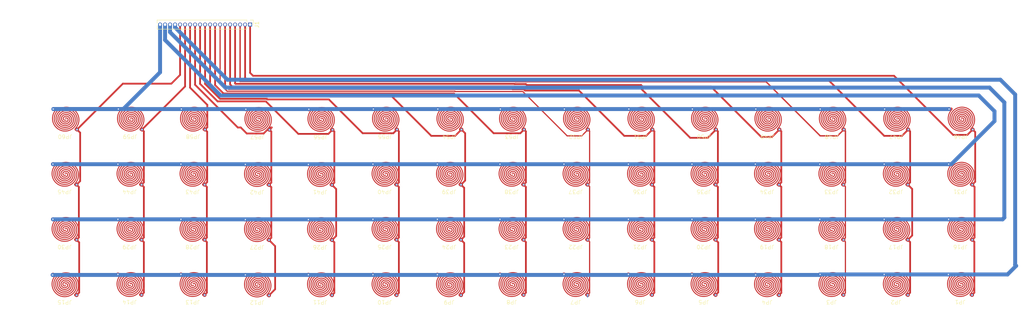
<source format=kicad_pcb>
(kicad_pcb (version 20241229) (generator "pcbnew") (generator_version "9.0")
  (layers (0 "F.Cu" signal) (2 "B.Cu" signal) (13 "F.Paste" user) (15 "B.Paste" user) (5 "F.SilkS" user "F.Silkscreen") (7 "B.SilkS" user "B.Silkscreen") (1 "F.Mask" user) (3 "B.Mask" user) (25 "Edge.Cuts" user))
  (net 0 "")
  (net 1 "COL_3")
  (net 2 "COL_11")
  (net 3 "COL_0")
  (net 4 "COL_8")
  (net 5 "COL_14")
  (net 6 "COL_6")
  (net 7 "COL_12")
  (net 8 "COL_1")
  (net 9 "ROW_0")
  (net 10 "COL_9")
  (net 11 "COL_2")
  (net 12 "COL_13")
  (net 13 "COL_5")
  (net 14 "COL_10")
  (net 15 "ROW_1")
  (net 16 "ROW_2")
  (net 17 "COL_4")
  (net 18 "ROW_3")
  (net 19 "COL_7")
  (footprint "FlexSensorFootprint:10mmPad" (layer "F.Cu") (at 89.25 131.796486 180)
    (property "Reference" "JP12")
    (property "Value" "Jumper_2_Open" (hide yes))
  )
  (footprint "FlexSensorFootprint:10mmPad" (layer "F.Cu") (at 154 89.695391 180)
    (property "Reference" "JP53")
    (property "Value" "Jumper_2_Open" (hide yes))
  )
  (footprint "FlexSensorFootprint:10mmPad" (layer "F.Cu") (at 105.360264 89.756913 180)
    (property "Reference" "JP56")
    (property "Value" "Jumper_2_Open" (hide yes))
  )
  (footprint "FlexSensorFootprint:10mmPad" (layer "F.Cu") (at 267.91794 89.695391 180)
    (property "Reference" "JP46")
    (property "Value" "Jumper_2_Open" (hide yes))
  )
  (footprint "FlexSensorFootprint:10mmPad" (layer "F.Cu") (at 170.139736 103.693087 180)
    (property "Reference" "JP37")
    (property "Value" "Jumper_2_Open" (hide yes))
  )
  (footprint "Connector_PinHeader_1.27mm:PinHeader_1x19_P1.27mm_Vertical" (layer "F.Cu") (at 87.25 65.25 -90)
    (property "Reference" "J1")
    (property "Value" "Conn_01x19_Pin")
  )
  (footprint "FlexSensorFootprint:10mmPad" (layer "F.Cu") (at 138 103.693087 180)
    (property "Reference" "JP39")
    (property "Value" "Jumper_2_Open" (hide yes))
  )
  (footprint "FlexSensorFootprint:10mmPad" (layer "F.Cu") (at 170.139736 131.688478 180)
    (property "Reference" "JP7")
    (property "Value" "Jumper_2_Open" (hide yes))
  )
  (footprint "FlexSensorFootprint:10mmPad" (layer "F.Cu") (at 56.889736 131.688478 180)
    (property "Reference" "JP14")
    (property "Value" "Jumper_2_Open" (hide yes))
  )
  (footprint "FlexSensorFootprint:10mmPad" (layer "F.Cu") (at 218.738447 103.693087 180)
    (property "Reference" "JP34")
    (property "Value" "Jumper_2_Open" (hide yes))
  )
  (footprint "FlexSensorFootprint:10mmPad" (layer "F.Cu") (at 72.889736 131.688478 180)
    (property "Reference" "JP13")
    (property "Value" "Jumper_2_Open" (hide yes))
  )
  (footprint "FlexSensorFootprint:10mmPad" (layer "F.Cu") (at 251.451266 103.693087 180)
    (property "Reference" "JP32")
    (property "Value" "Jumper_2_Open" (hide yes))
  )
  (footprint "FlexSensorFootprint:10mmPad" (layer "F.Cu") (at 251.451266 117.690782 180)
    (property "Reference" "JP17")
    (property "Value" "Jumper_2_Open" (hide yes))
  )
  (footprint "FlexSensorFootprint:10mmPad" (layer "F.Cu") (at 73 89.695391 180)
    (property "Reference" "JP58")
    (property "Value" "Jumper_2_Open" (hide yes))
  )
  (footprint "FlexSensorFootprint:10mmPad" (layer "F.Cu") (at 186.5 131.688478 180)
    (property "Reference" "JP6")
    (property "Value" "Jumper_2_Open" (hide yes))
  )
  (footprint "FlexSensorFootprint:10mmPad" (layer "F.Cu") (at 56.889736 117.690782 180)
    (property "Reference" "JP29")
    (property "Value" "Jumper_2_Open" (hide yes))
  )
  (footprint "FlexSensorFootprint:10mmPad" (layer "F.Cu") (at 72.889736 103.693087 180)
    (property "Reference" "JP43")
    (property "Value" "Jumper_2_Open" (hide yes))
  )
  (footprint "FlexSensorFootprint:10mmPad" (layer "F.Cu") (at 186.5 117.690782 180)
    (property "Reference" "JP21")
    (property "Value" "Jumper_2_Open" (hide yes))
  )
  (footprint "FlexSensorFootprint:10mmPad" (layer "F.Cu") (at 138.110264 89.695391 180)
    (property "Reference" "JP54")
    (property "Value" "Jumper_2_Open" (hide yes))
  )
  (footprint "FlexSensorFootprint:10mmPad" (layer "F.Cu") (at 202.639736 117.690782 180)
    (property "Reference" "JP20")
    (property "Value" "Jumper_2_Open" (hide yes))
  )
  (footprint "FlexSensorFootprint:10mmPad" (layer "F.Cu") (at 56.889736 103.693087 180)
    (property "Reference" "JP44")
    (property "Value" "Jumper_2_Open" (hide yes))
  )
  (footprint "FlexSensorFootprint:10mmPad" (layer "F.Cu") (at 153.889736 103.693087 180)
    (property "Reference" "JP38")
    (property "Value" "Jumper_2_Open" (hide yes))
  )
  (footprint "FlexSensorFootprint:10mmPad" (layer "F.Cu") (at 235.094856 131.688478 180)
    (property "Reference" "JP3")
    (property "Value" "Jumper_2_Open" (hide yes))
  )
  (footprint "FlexSensorFootprint:10mmPad" (layer "F.Cu") (at 89.360264 89.754608 180)
    (property "Reference" "JP57")
    (property "Value" "Jumper_2_Open" (hide yes))
  )
  (footprint "FlexSensorFootprint:10mmPad" (layer "F.Cu") (at 202.75 89.695391 180)
    (property "Reference" "JP50")
    (property "Value" "Jumper_2_Open" (hide yes))
  )
  (footprint "FlexSensorFootprint:10mmPad" (layer "F.Cu") (at 121.639736 117.690782 180)
    (property "Reference" "JP25")
    (property "Value" "Jumper_2_Open" (hide yes))
  )
  (footprint "FlexSensorFootprint:10mmPad" (layer "F.Cu") (at 138 131.737269 180)
    (property "Reference" "JP9")
    (property "Value" "Jumper_2_Open" (hide yes))
  )
  (footprint "FlexSensorFootprint:10mmPad" (layer "F.Cu") (at 72.889736 117.690782 180)
    (property "Reference" "JP28")
    (property "Value" "Jumper_2_Open" (hide yes))
  )
  (footprint "FlexSensorFootprint:10mmPad" (layer "F.Cu") (at 170.25 89.695391 180)
    (property "Reference" "JP52")
    (property "Value" "Jumper_2_Open" (hide yes))
  )
  (footprint "FlexSensorFootprint:10mmPad" (layer "F.Cu") (at 186.5 103.693087 180)
    (property "Reference" "JP36")
    (property "Value" "Jumper_2_Open" (hide yes))
  )
  (footprint "FlexSensorFootprint:10mmPad" (layer "F.Cu") (at 105.25 131.75 180)
    (property "Reference" "JP11")
    (property "Value" "Jumper_2_Open" (hide yes))
  )
  (footprint "FlexSensorFootprint:10mmPad" (layer "F.Cu") (at 202.639736 103.693087 180)
    (property "Reference" "JP35")
    (property "Value" "Jumper_2_Open" (hide yes))
  )
  (footprint "FlexSensorFootprint:10mmPad" (layer "F.Cu") (at 121.639736 131.742973 180)
    (property "Reference" "JP10")
    (property "Value" "Jumper_2_Open" (hide yes))
  )
  (footprint "FlexSensorFootprint:10mmPad" (layer "F.Cu") (at 267.75 131.688478 180)
    (property "Reference" "JP1")
    (property "Value" "Jumper_2_Open" (hide yes))
  )
  (footprint "FlexSensorFootprint:10mmPad" (layer "F.Cu") (at 218.738447 131.737269 180)
    (property "Reference" "JP4")
    (property "Value" "Jumper_2_Open" (hide yes))
  )
  (footprint "FlexSensorFootprint:10mmPad" (layer "F.Cu") (at 105.25 103.754609 180)
    (property "Reference" "JP41")
    (property "Value" "Jumper_2_Open" (hide yes))
  )
  (footprint "FlexSensorFootprint:10mmPad" (layer "F.Cu") (at 202.639736 131.688478 180)
    (property "Reference" "JP5")
    (property "Value" "Jumper_2_Open" (hide yes))
  )
  (footprint "FlexSensorFootprint:10mmPad" (layer "F.Cu") (at 235.094856 103.693087 180)
    (property "Reference" "JP33")
    (property "Value" "Jumper_2_Open" (hide yes))
  )
  (footprint "FlexSensorFootprint:10mmPad" (layer "F.Cu") (at 267.807676 117.690782 180)
    (property "Reference" "JP16")
    (property "Value" "Jumper_2_Open" (hide yes))
  )
  (footprint "FlexSensorFootprint:10mmPad" (layer "F.Cu") (at 138 117.690782 180)
    (property "Reference" "JP24")
    (property "Value" "Jumper_2_Open" (hide yes))
  )
  (footprint "FlexSensorFootprint:10mmPad" (layer "F.Cu") (at 218.848711 89.695391 180)
    (property "Reference" "JP49")
    (property "Value" "Jumper_2_Open" (hide yes))
  )
  (footprint "FlexSensorFootprint:10mmPad" (layer "F.Cu") (at 40.5 89.695391 180)
    (property "Reference" "JP60")
    (property "Value" "Jumper_2_Open" (hide yes))
  )
  (footprint "FlexSensorFootprint:10mmPad" (layer "F.Cu") (at 89.25 117.749999 180)
    (property "Reference" "JP27")
    (property "Value" "Jumper_2_Open" (hide yes))
  )
  (footprint "FlexSensorFootprint:10mmPad" (layer "F.Cu") (at 40.389736 131.742973 180)
    (property "Reference" "JP15")
    (property "Value" "Jumper_2_Open" (hide yes))
  )
  (footprint "FlexSensorFootprint:10mmPad" (layer "F.Cu") (at 153.889736 117.690782 180)
    (property "Reference" "JP23")
    (property "Value" "Jumper_2_Open" (hide yes))
  )
  (footprint "FlexSensorFootprint:10mmPad" (layer "F.Cu") (at 40.389736 103.693087 180)
    (property "Reference" "JP45")
    (property "Value" "Jumper_2_Open" (hide yes))
  )
  (footprint "FlexSensorFootprint:10mmPad" (layer "F.Cu") (at 40.389736 117.690782 180)
    (property "Reference" "JP30")
    (property "Value" "Jumper_2_Open" (hide yes))
  )
  (footprint "FlexSensorFootprint:10mmPad" (layer "F.Cu") (at 170.139736 117.690782 180)
    (property "Reference" "JP22")
    (property "Value" "Jumper_2_Open" (hide yes))
  )
  (footprint "FlexSensorFootprint:10mmPad" (layer "F.Cu") (at 235.20512 89.695391 180)
    (property "Reference" "JP48")
    (property "Value" "Jumper_2_Open" (hide yes))
  )
  (footprint "FlexSensorFootprint:10mmPad" (layer "F.Cu") (at 251.56153 89.695391 180)
    (property "Reference" "JP47")
    (property "Value" "Jumper_2_Open" (hide yes))
  )
  (footprint "FlexSensorFootprint:10mmPad" (layer "F.Cu") (at 57 89.695391 180)
    (property "Reference" "JP59")
    (property "Value" "Jumper_2_Open" (hide yes))
  )
  (footprint "FlexSensorFootprint:10mmPad" (layer "F.Cu") (at 186.610264 89.695391 180)
    (property "Reference" "JP51")
    (property "Value" "Jumper_2_Open" (hide yes))
  )
  (footprint "FlexSensorFootprint:10mmPad" (layer "F.Cu") (at 235.094856 117.690782 180)
    (property "Reference" "JP18")
    (property "Value" "Jumper_2_Open" (hide yes))
  )
  (footprint "FlexSensorFootprint:10mmPad" (layer "F.Cu") (at 121.75 89.695391 180)
    (property "Reference" "JP55")
    (property "Value" "Jumper_2_Open" (hide yes))
  )
  (footprint "FlexSensorFootprint:10mmPad" (layer "F.Cu") (at 105.25 117.752304 180)
    (property "Reference" "JP26")
    (property "Value" "Jumper_2_Open" (hide yes))
  )
  (footprint "FlexSensorFootprint:10mmPad" (layer "F.Cu") (at 89.25 103.752304 180)
    (property "Reference" "JP42")
    (property "Value" "Jumper_2_Open" (hide yes))
  )
  (footprint "FlexSensorFootprint:10mmPad" (layer "F.Cu") (at 218.738447 117.690782 180)
    (property "Reference" "JP19")
    (property "Value" "Jumper_2_Open" (hide yes))
  )
  (footprint "FlexSensorFootprint:10mmPad" (layer "F.Cu") (at 267.807676 103.693087 180)
    (property "Reference" "JP31")
    (property "Value" "Jumper_2_Open" (hide yes))
  )
  (footprint "FlexSensorFootprint:10mmPad" (layer "F.Cu") (at 121.639736 103.693087 180)
    (property "Reference" "JP40")
    (property "Value" "Jumper_2_Open" (hide yes))
  )
  (footprint "FlexSensorFootprint:10mmPad" (layer "F.Cu") (at 251.451266 131.688478 180)
    (property "Reference" "JP2")
    (property "Value" "Jumper_2_Open" (hide yes))
  )
  (footprint "FlexSensorFootprint:10mmPad" (layer "F.Cu") (at 153.889736 131.688478 180)
    (property "Reference" "JP8")
    (property "Value" "Jumper_2_Open" (hide yes))
  )
  (gr_poly (pts (xy 88.25 74.5) (xy 88.351998 75.275999) (xy 88.652001 76) (xy 89.128998 76.621) (xy 89.75 77.097999) (xy 90.473999 77.397999) (xy 91.25 77.5) (xy 153.749993 77.5) (xy 278.749993 77.5) (xy 280.043984 77.67) (xy 281.249977 78.17) (xy 282.285988 78.963998) (xy 283.079994 79.999999) (xy 283.579994 81.205998) (xy 283.749977 82.499999) (xy 283.749977 137.499987) (xy 283.579994 138.793994) (xy 283.079994 139.999987) (xy 282.285988 141.035998) (xy 281.249977 141.829989) (xy 280.043984 142.329989) (xy 278.749993 142.499987) (xy 153.749993 142.499987) (xy 88.25 142.499987) (xy 88.213997 142.499987) (xy 28.750008 142.499987) (xy 27.456009 142.329989) (xy 26.250008 141.829989) (xy 25.214012 141.035998) (xy 24.420006 139.999987) (xy 23.920006 138.793994) (xy 23.750008 137.499987) (xy 23.750008 103.149996) (xy 23.750008 82.499999) (xy 23.920006 81.205998) (xy 24.420006 79.999999) (xy 25.214012 78.963998) (xy 26.250008 78.17) (xy 27.456009 77.67) (xy 28.750008 77.5) (xy 60.250004 77.5) (xy 61.026005 77.397999) (xy 61.750004 77.097999) (xy 62.371006 76.621) (xy 62.848004 76) (xy 63.148007 75.275999) (xy 63.250004 74.5) (xy 63.250004 72.967542) (xy 63.250004 63.800002) (xy 88.213997 63.800002) (xy 88.25 63.800002)) (stroke (width 0.003779) (color 255 0 0 1)) (fill no) (layer "Edge.Cuts"))
  (segment (start 222.121794 119.307435) (end 221.538447 119.890782) (width 0.45) (layer "F.Cu") (net 1))
  (segment (start 222.121794 120.474129) (end 222.121794 133.353922) (width 0.45) (layer "F.Cu") (net 1))
  (segment (start 221.538447 119.890782) (end 222.121794 120.474129) (width 0.45) (layer "F.Cu") (net 1))
  (segment (start 222.121794 133.353922) (end 221.538447 133.937269) (width 0.45) (layer "F.Cu") (net 1))
  (segment (start 219.794102 93.75) (end 217 93.75) (width 0.45) (layer "F.Cu") (net 1))
  (segment (start 221.648711 91.895391) (end 222.121794 92.368474) (width 0.45) (layer "F.Cu") (net 1))
  (segment (start 83.546 80.296) (end 83.44 80.19) (width 0.45) (layer "F.Cu") (net 1))
  (segment (start 222.121794 92.368474) (end 222.121794 105.30974) (width 0.45) (layer "F.Cu") (net 1))
  (segment (start 186.920654 81) (end 186.519653 80.599) (width 0.45) (layer "F.Cu") (net 1))
  (segment (start 222.121794 105.30974) (end 221.538447 105.893087) (width 0.45) (layer "F.Cu") (net 1))
  (segment (start 157.254895 80.349) (end 154.429718 80.349) (width 0.45) (layer "F.Cu") (net 1))
  (segment (start 221.648711 91.895391) (end 219.794102 93.75) (width 0.45) (layer "F.Cu") (net 1))
  (segment (start 154.429718 80.349) (end 154.376718 80.296) (width 0.45) (layer "F.Cu") (net 1))
  (segment (start 157.504895 80.599) (end 157.254895 80.349) (width 0.45) (layer "F.Cu") (net 1))
  (segment (start 83.44 80.19) (end 83.44 65.25) (width 0.45) (layer "F.Cu") (net 1))
  (segment (start 222.121794 106.476434) (end 222.121794 119.307435) (width 0.45) (layer "F.Cu") (net 1))
  (segment (start 217 93.75) (end 204.25 81) (width 0.45) (layer "F.Cu") (net 1))
  (segment (start 204.25 81) (end 186.920654 81) (width 0.45) (layer "F.Cu") (net 1))
  (segment (start 154.376718 80.296) (end 83.546 80.296) (width 0.45) (layer "F.Cu") (net 1))
  (segment (start 221.538447 105.893087) (end 222.121794 106.476434) (width 0.45) (layer "F.Cu") (net 1))
  (segment (start 186.519653 80.599) (end 157.504895 80.599) (width 0.45) (layer "F.Cu") (net 1))
  (via (at 221.538447 119.890782) (size 0.6) (drill 0.3) (layers "F.Cu" "B.Cu") (net 1))
  (via (at 221.538447 105.893087) (size 0.6) (drill 0.3) (layers "F.Cu" "B.Cu") (net 1))
  (via (at 221.648711 91.895391) (size 0.6) (drill 0.3) (layers "F.Cu" "B.Cu") (net 1))
  (via (at 221.538447 133.937269) (size 0.6) (drill 0.3) (layers "F.Cu" "B.Cu") (net 1))
  (segment (start 92.633347 119.366652) (end 92.05 119.949999) (width 0.45) (layer "F.Cu") (net 2))
  (segment (start 84.121261 91.371261) (end 73.28 80.53) (width 0.45) (layer "F.Cu") (net 2))
  (segment (start 92.160264 91.954608) (end 92.633347 92.427691) (width 0.45) (layer "F.Cu") (net 2))
  (segment (start 92.633347 106.535651) (end 92.633347 119.366652) (width 0.45) (layer "F.Cu") (net 2))
  (segment (start 93.604129 121.504128) (end 92.05 119.949999) (width 0.45) (layer "F.Cu") (net 2))
  (segment (start 84.871261 91.371261) (end 84.121261 91.371261) (width 0.45) (layer "F.Cu") (net 2))
  (segment (start 92.743611 91.371261) (end 92.209126 91.371261) (width 0.45) (layer "F.Cu") (net 2))
  (segment (start 86.397014 92.897014) (end 84.871261 91.371261) (width 0.45) (layer "F.Cu") (net 2))
  (segment (start 73.28 80.53) (end 73.28 65.25) (width 0.45) (layer "F.Cu") (net 2))
  (segment (start 92.209126 91.371261) (end 90.683373 92.897014) (width 0.45) (layer "F.Cu") (net 2))
  (segment (start 90.683373 92.897014) (end 86.397014 92.897014) (width 0.45) (layer "F.Cu") (net 2))
  (segment (start 92.633347 92.427691) (end 92.633347 105.368957) (width 0.45) (layer "F.Cu") (net 2))
  (segment (start 92.160264 91.954608) (end 92.743611 91.371261) (width 0.45) (layer "F.Cu") (net 2))
  (segment (start 92.05 105.952304) (end 92.633347 106.535651) (width 0.45) (layer "F.Cu") (net 2))
  (segment (start 92.05 133.996486) (end 93.604129 132.442357) (width 0.45) (layer "F.Cu") (net 2))
  (segment (start 92.633347 105.368957) (end 92.05 105.952304) (width 0.45) (layer "F.Cu") (net 2))
  (segment (start 93.604129 132.442357) (end 93.604129 121.504128) (width 0.45) (layer "F.Cu") (net 2))
  (via (at 92.05 119.949999) (size 0.6) (drill 0.3) (layers "F.Cu" "B.Cu") (net 2))
  (via (at 92.160264 91.954608) (size 0.6) (drill 0.3) (layers "F.Cu" "B.Cu") (net 2))
  (via (at 92.05 133.996486) (size 0.6) (drill 0.3) (layers "F.Cu" "B.Cu") (net 2))
  (via (at 92.05 105.952304) (size 0.6) (drill 0.3) (layers "F.Cu" "B.Cu") (net 2))
  (segment (start 270.607676 105.893087) (end 271.354129 105.146634) (width 0.45) (layer "F.Cu") (net 3))
  (segment (start 270.71794 91.895391) (end 269.363331 93.25) (width 0.45) (layer "F.Cu") (net 3))
  (segment (start 265.75 93.25) (end 250.75 78.25) (width 0.45) (layer "F.Cu") (net 3))
  (segment (start 271.354129 92.53158) (end 270.71794 91.895391) (width 0.45) (layer "F.Cu") (net 3))
  (segment (start 270.607676 119.890782) (end 271.191023 119.307435) (width 0.45) (layer "F.Cu") (net 3))
  (segment (start 87.25 77.5) (end 87.25 65.25) (width 0.45) (layer "F.Cu") (net 3))
  (segment (start 271.191023 106.476434) (end 270.607676 105.893087) (width 0.45) (layer "F.Cu") (net 3))
  (segment (start 269.363331 93.25) (end 265.75 93.25) (width 0.45) (layer "F.Cu") (net 3))
  (segment (start 88 78.25) (end 87.25 77.5) (width 0.45) (layer "F.Cu") (net 3))
  (segment (start 270.55 133.888478) (end 271.133347 133.305131) (width 0.45) (layer "F.Cu") (net 3))
  (segment (start 271.191023 119.307435) (end 271.191023 106.476434) (width 0.45) (layer "F.Cu") (net 3))
  (segment (start 271.354129 105.146634) (end 271.354129 92.53158) (width 0.45) (layer "F.Cu") (net 3))
  (segment (start 250.75 78.25) (end 88 78.25) (width 0.45) (layer "F.Cu") (net 3))
  (segment (start 271.133347 120.416453) (end 270.607676 119.890782) (width 0.45) (layer "F.Cu") (net 3))
  (segment (start 271.133347 133.305131) (end 271.133347 120.416453) (width 0.45) (layer "F.Cu") (net 3))
  (via (at 270.55 133.888478) (size 0.6) (drill 0.3) (layers "F.Cu" "B.Cu") (net 3))
  (via (at 270.71794 91.895391) (size 0.6) (drill 0.3) (layers "F.Cu" "B.Cu") (net 3))
  (via (at 270.607676 119.890782) (size 0.6) (drill 0.3) (layers "F.Cu" "B.Cu") (net 3))
  (via (at 270.607676 105.893087) (size 0.6) (drill 0.3) (layers "F.Cu" "B.Cu") (net 3))
  (segment (start 140.8 133.937269) (end 141.604129 133.13314) (width 0.45) (layer "F.Cu") (net 4))
  (segment (start 123.25 83.5) (end 91.841307 83.5) (width 0.45) (layer "F.Cu") (net 4))
  (segment (start 141.604129 106.697216) (end 140.8 105.893087) (width 0.45) (layer "F.Cu") (net 4))
  (segment (start 141.854129 92.839256) (end 140.910264 91.895391) (width 0.45) (layer "F.Cu") (net 4))
  (segment (start 141.604129 119.086653) (end 141.604129 106.697216) (width 0.45) (layer "F.Cu") (net 4))
  (segment (start 140.8 105.893087) (end 141.854129 104.838958) (width 0.45) (layer "F.Cu") (net 4))
  (segment (start 141.854129 104.838958) (end 141.854129 92.839256) (width 0.45) (layer "F.Cu") (net 4))
  (segment (start 141.604129 133.13314) (end 141.604129 120.694911) (width 0.45) (layer "F.Cu") (net 4))
  (segment (start 79.948 83.448) (end 77.09 80.59) (width 0.45) (layer "F.Cu") (net 4))
  (segment (start 91.841307 83.5) (end 91.789306 83.448) (width 0.45) (layer "F.Cu") (net 4))
  (segment (start 141.604129 120.694911) (end 140.8 119.890782) (width 0.45) (layer "F.Cu") (net 4))
  (segment (start 140.8 119.890782) (end 141.604129 119.086653) (width 0.45) (layer "F.Cu") (net 4))
  (segment (start 139.305655 93.5) (end 133.25 93.5) (width 0.45) (layer "F.Cu") (net 4))
  (segment (start 140.910264 91.895391) (end 139.305655 93.5) (width 0.45) (layer "F.Cu") (net 4))
  (segment (start 91.789306 83.448) (end 79.948 83.448) (width 0.45) (layer "F.Cu") (net 4))
  (segment (start 133.25 93.5) (end 123.25 83.5) (width 0.45) (layer "F.Cu") (net 4))
  (segment (start 77.09 80.59) (end 77.09 65.25) (width 0.45) (layer "F.Cu") (net 4))
  (via (at 140.8 105.893087) (size 0.6) (drill 0.3) (layers "F.Cu" "B.Cu") (net 4))
  (via (at 140.910264 91.895391) (size 0.6) (drill 0.3) (layers "F.Cu" "B.Cu") (net 4))
  (via (at 140.8 119.890782) (size 0.6) (drill 0.3) (layers "F.Cu" "B.Cu") (net 4))
  (via (at 140.8 133.937269) (size 0.6) (drill 0.3) (layers "F.Cu" "B.Cu") (net 4))
  (segment (start 54.945391 80.25) (end 67.25 80.25) (width 0.45) (layer "F.Cu") (net 5))
  (segment (start 44.104129 92.69952) (end 43.3 91.895391) (width 0.45) (layer "F.Cu") (net 5))
  (segment (start 43.3 91.895391) (end 54.945391 80.25) (width 0.45) (layer "F.Cu") (net 5))
  (segment (start 43.773083 106.476434) (end 43.189736 105.893087) (width 0.45) (layer "F.Cu") (net 5))
  (segment (start 43.189736 105.893087) (end 44.104129 104.978694) (width 0.45) (layer "F.Cu") (net 5))
  (segment (start 43.189736 119.890782) (end 43.773083 119.307435) (width 0.45) (layer "F.Cu") (net 5))
  (segment (start 43.189736 133.942973) (end 43.854129 133.27858) (width 0.45) (layer "F.Cu") (net 5))
  (segment (start 43.854129 120.555175) (end 43.189736 119.890782) (width 0.45) (layer "F.Cu") (net 5))
  (segment (start 43.773083 119.307435) (end 43.773083 106.476434) (width 0.45) (layer "F.Cu") (net 5))
  (segment (start 43.854129 133.27858) (end 43.854129 120.555175) (width 0.45) (layer "F.Cu") (net 5))
  (segment (start 44.104129 104.978694) (end 44.104129 92.69952) (width 0.45) (layer "F.Cu") (net 5))
  (segment (start 69.47 78.03) (end 69.47 65.25) (width 0.45) (layer "F.Cu") (net 5))
  (segment (start 67.25 80.25) (end 69.47 78.03) (width 0.45) (layer "F.Cu") (net 5))
  (via (at 43.3 91.895391) (size 0.6) (drill 0.3) (layers "F.Cu" "B.Cu") (net 5))
  (via (at 43.189736 119.890782) (size 0.6) (drill 0.3) (layers "F.Cu" "B.Cu") (net 5))
  (via (at 43.189736 105.893087) (size 0.6) (drill 0.3) (layers "F.Cu" "B.Cu") (net 5))
  (via (at 43.189736 133.942973) (size 0.6) (drill 0.3) (layers "F.Cu" "B.Cu") (net 5))
  (segment (start 172.939736 133.888478) (end 173.448083 133.380131) (width 0.3) (layer "F.Cu") (net 6))
  (segment (start 173.448083 119.382435) (end 173.448083 106.401434) (width 0.3) (layer "F.Cu") (net 6))
  (segment (start 173.448083 120.399129) (end 172.939736 119.890782) (width 0.3) (layer "F.Cu") (net 6))
  (segment (start 81.424 82.174) (end 79.63 80.38) (width 0.3) (layer "F.Cu") (net 6))
  (segment (start 173.448083 106.401434) (end 172.939736 105.893087) (width 0.3) (layer "F.Cu") (net 6))
  (segment (start 172.939736 119.890782) (end 173.448083 119.382435) (width 0.3) (layer "F.Cu") (net 6))
  (segment (start 79.63 80.38) (end 79.63 65.25) (width 0.3) (layer "F.Cu") (net 6))
  (segment (start 167.75 93.5) (end 156.5 82.25) (width 0.3) (layer "F.Cu") (net 6))
  (segment (start 173.448083 92.293474) (end 173.05 91.895391) (width 0.3) (layer "F.Cu") (net 6))
  (segment (start 171.445391 93.5) (end 167.75 93.5) (width 0.3) (layer "F.Cu") (net 6))
  (segment (start 139.238587 82.174) (end 81.424 82.174) (width 0.3) (layer "F.Cu") (net 6))
  (segment (start 173.448083 133.380131) (end 173.448083 120.399129) (width 0.3) (layer "F.Cu") (net 6))
  (segment (start 173.05 91.895391) (end 171.445391 93.5) (width 0.3) (layer "F.Cu") (net 6))
  (segment (start 156.5 82.25) (end 139.314588 82.25) (width 0.3) (layer "F.Cu") (net 6))
  (segment (start 173.448083 105.38474) (end 173.448083 92.293474) (width 0.3) (layer "F.Cu") (net 6))
  (segment (start 139.314588 82.25) (end 139.238587 82.174) (width 0.3) (layer "F.Cu") (net 6))
  (segment (start 172.939736 105.893087) (end 173.448083 105.38474) (width 0.3) (layer "F.Cu") (net 6))
  (via (at 172.939736 105.893087) (size 0.6) (drill 0.3) (layers "F.Cu" "B.Cu") (net 6))
  (via (at 172.939736 133.888478) (size 0.6) (drill 0.3) (layers "F.Cu" "B.Cu") (net 6))
  (via (at 173.05 91.895391) (size 0.6) (drill 0.3) (layers "F.Cu" "B.Cu") (net 6))
  (via (at 172.939736 119.890782) (size 0.6) (drill 0.3) (layers "F.Cu" "B.Cu") (net 6))
  (segment (start 172.939736 134.394824) (end 172.939736 133.888478) (width 0.3) (layer "B.Cu") (net 6))
  (segment (start 76.383347 91.312044) (end 76.383347 85.633347) (width 0.45) (layer "F.Cu") (net 7))
  (segment (start 72.01 81.26) (end 72.01 65.25) (width 0.45) (layer "F.Cu") (net 7))
  (segment (start 75.689736 133.888478) (end 76.273083 133.305131) (width 0.45) (layer "F.Cu") (net 7))
  (segment (start 76.273083 119.307435) (end 76.273083 106.476434) (width 0.45) (layer "F.Cu") (net 7))
  (segment (start 76.273083 120.474129) (end 75.689736 119.890782) (width 0.45) (layer "F.Cu") (net 7))
  (segment (start 76.354129 105.228694) (end 76.354129 92.44952) (width 0.45) (layer "F.Cu") (net 7))
  (segment (start 76.354129 92.44952) (end 75.8 91.895391) (width 0.45) (layer "F.Cu") (net 7))
  (segment (start 76.273083 133.305131) (end 76.273083 120.474129) (width 0.45) (layer "F.Cu") (net 7))
  (segment (start 76.273083 106.476434) (end 75.689736 105.893087) (width 0.45) (layer "F.Cu") (net 7))
  (segment (start 76.383347 85.633347) (end 72.01 81.26) (width 0.45) (layer "F.Cu") (net 7))
  (segment (start 75.689736 105.893087) (end 76.354129 105.228694) (width 0.45) (layer "F.Cu") (net 7))
  (segment (start 75.689736 119.890782) (end 76.273083 119.307435) (width 0.45) (layer "F.Cu") (net 7))
  (segment (start 75.8 91.895391) (end 76.383347 91.312044) (width 0.45) (layer "F.Cu") (net 7))
  (via (at 75.689736 133.888478) (size 0.6) (drill 0.3) (layers "F.Cu" "B.Cu") (net 7))
  (via (at 75.689736 105.893087) (size 0.6) (drill 0.3) (layers "F.Cu" "B.Cu") (net 7))
  (via (at 75.8 91.895391) (size 0.6) (drill 0.3) (layers "F.Cu" "B.Cu") (net 7))
  (via (at 75.689736 119.890782) (size 0.6) (drill 0.3) (layers "F.Cu" "B.Cu") (net 7))
  (segment (start 157.752779 79.147) (end 154.927602 79.147) (width 0.45) (layer "F.Cu") (net 8))
  (segment (start 218.498942 79.149) (end 157.754779 79.149) (width 0.45) (layer "F.Cu") (net 8))
  (segment (start 254.36153 91.895391) (end 254.834613 92.368474) (width 0.45) (layer "F.Cu") (net 8))
  (segment (start 255.354129 106.99595) (end 255.354129 118.787919) (width 0.45) (layer "F.Cu") (net 8))
  (segment (start 154.927602 79.147) (end 154.874602 79.094) (width 0.45) (layer "F.Cu") (net 8))
  (segment (start 254.36153 91.895391) (end 252.756921 93.5) (width 0.45) (layer "F.Cu") (net 8))
  (segment (start 252.756921 93.5) (end 248.25 93.5) (width 0.45) (layer "F.Cu") (net 8))
  (segment (start 248.25 93.5) (end 234.25 79.5) (width 0.45) (layer "F.Cu") (net 8))
  (segment (start 254.251266 105.893087) (end 255.354129 106.99595) (width 0.45) (layer "F.Cu") (net 8))
  (segment (start 254.834613 105.30974) (end 254.251266 105.893087) (width 0.45) (layer "F.Cu") (net 8))
  (segment (start 86.344 79.094) (end 85.98 78.73) (width 0.45) (layer "F.Cu") (net 8))
  (segment (start 254.834613 120.474129) (end 254.834613 133.305131) (width 0.45) (layer "F.Cu") (net 8))
  (segment (start 157.754779 79.149) (end 157.752779 79.147) (width 0.45) (layer "F.Cu") (net 8))
  (segment (start 154.874602 79.094) (end 86.344 79.094) (width 0.45) (layer "F.Cu") (net 8))
  (segment (start 255.354129 118.787919) (end 254.251266 119.890782) (width 0.45) (layer "F.Cu") (net 8))
  (segment (start 254.251266 119.890782) (end 254.834613 120.474129) (width 0.45) (layer "F.Cu") (net 8))
  (segment (start 85.98 78.73) (end 85.98 65.25) (width 0.45) (layer "F.Cu") (net 8))
  (segment (start 254.834613 92.368474) (end 254.834613 105.30974) (width 0.45) (layer "F.Cu") (net 8))
  (segment (start 218.849942 79.5) (end 218.498942 79.149) (width 0.45) (layer "F.Cu") (net 8))
  (segment (start 234.25 79.5) (end 218.849942 79.5) (width 0.45) (layer "F.Cu") (net 8))
  (segment (start 254.834613 133.305131) (end 254.251266 133.888478) (width 0.45) (layer "F.Cu") (net 8))
  (via (at 254.251266 133.888478) (size 0.6) (drill 0.3) (layers "F.Cu" "B.Cu") (net 8))
  (via (at 254.251266 119.890782) (size 0.6) (drill 0.3) (layers "F.Cu" "B.Cu") (net 8))
  (via (at 254.251266 105.893087) (size 0.6) (drill 0.3) (layers "F.Cu" "B.Cu") (net 8))
  (via (at 254.36153 91.895391) (size 0.6) (drill 0.3) (layers "F.Cu" "B.Cu") (net 8))
  (segment (start 37.113811 128.818899) (end 37.189736 128.742973) (width 0.3) (layer "F.Cu") (net 9))
  (via (at 183.3 128.688478) (size 0.6) (drill 0.3) (layers "F.Cu" "B.Cu") (net 9))
  (via (at 199.439736 128.688478) (size 0.6) (drill 0.3) (layers "F.Cu" "B.Cu") (net 9))
  (via (at 69.689736 128.688478) (size 0.6) (drill 0.3) (layers "F.Cu" "B.Cu") (net 9))
  (via (at 86.05 128.796486) (size 0.6) (drill 0.3) (layers "F.Cu" "B.Cu") (net 9))
  (via (at 37.113811 128.818899) (size 0.6) (drill 0.3) (layers "F.Cu" "B.Cu") (net 9))
  (via (at 166.939736 128.688478) (size 0.6) (drill 0.3) (layers "F.Cu" "B.Cu") (net 9))
  (via (at 150.689736 128.688478) (size 0.6) (drill 0.3) (layers "F.Cu" "B.Cu") (net 9))
  (via (at 102.05 128.75) (size 0.6) (drill 0.3) (layers "F.Cu" "B.Cu") (net 9))
  (via (at 215.604129 128.809217) (size 0.6) (drill 0.3) (layers "F.Cu" "B.Cu") (net 9))
  (via (at 264.55 128.688478) (size 0.6) (drill 0.3) (layers "F.Cu" "B.Cu") (net 9))
  (via (at 53.689736 128.688478) (size 0.6) (drill 0.3) (layers "F.Cu" "B.Cu") (net 9))
  (via (at 134.8 128.737269) (size 0.6) (drill 0.3) (layers "F.Cu" "B.Cu") (net 9))
  (via (at 118.439736 128.742973) (size 0.6) (drill 0.3) (layers "F.Cu" "B.Cu") (net 9))
  (via (at 231.974868 128.688478) (size 0.6) (drill 0.3) (layers "F.Cu" "B.Cu") (net 9))
  (via (at 248.251266 128.688478) (size 0.6) (drill 0.3) (layers "F.Cu" "B.Cu") (net 9))
  (segment (start 248.251266 128.688478) (end 231.974868 128.688478) (width 1) (layer "B.Cu") (net 9))
  (segment (start 81.492894 79.25) (end 68.2 65.957106) (width 1) (layer "B.Cu") (net 9))
  (segment (start 68.2 65.957106) (end 68.2 65.25) (width 1) (layer "B.Cu") (net 9))
  (segment (start 231.854129 128.809217) (end 215.604129 128.809217) (width 1) (layer "B.Cu") (net 9))
  (segment (start 281.5 83) (end 277.75 79.25) (width 1) (layer "B.Cu") (net 9))
  (segment (start 279.561522 128.688478) (end 281.75 126.5) (width 1) (layer "B.Cu") (net 9))
  (segment (start 277.75 79.25) (end 81.492894 79.25) (width 1) (layer "B.Cu") (net 9))
  (segment (start 281.5 126.25) (end 281.5 83) (width 1) (layer "B.Cu") (net 9))
  (segment (start 264.55 128.688478) (end 248.251266 128.688478) (width 1) (layer "B.Cu") (net 9))
  (segment (start 231.974868 128.688478) (end 231.854129 128.809217) (width 1) (layer "B.Cu") (net 9))
  (segment (start 37.123493 128.809217) (end 37.113811 128.818899) (width 1) (layer "B.Cu") (net 9))
  (segment (start 281.75 126.5) (end 281.5 126.25) (width 1) (layer "B.Cu") (net 9))
  (segment (start 264.55 128.688478) (end 279.561522 128.688478) (width 1) (layer "B.Cu") (net 9))
  (segment (start 215.604129 128.809217) (end 37.123493 128.809217) (width 1) (layer "B.Cu") (net 9))
  (segment (start 123.607594 92.837797) (end 115.837797 92.837797) (width 0.45) (layer "F.Cu") (net 10))
  (segment (start 125.023083 106.476434) (end 125.023083 119.307435) (width 0.45) (layer "F.Cu") (net 10))
  (segment (start 125.023083 119.307435) (end 124.439736 119.890782) (width 0.45) (layer "F.Cu") (net 10))
  (segment (start 115.837797 92.837797) (end 107.25 84.25) (width 0.45) (layer "F.Cu") (net 10))
  (segment (start 79.599 84.099) (end 75.82 80.32) (width 0.45) (layer "F.Cu") (net 10))
  (segment (start 107.25 84.25) (end 91.670653 84.25) (width 0.45) (layer "F.Cu") (net 10))
  (segment (start 125.023083 120.474129) (end 125.023083 133.359626) (width 0.45) (layer "F.Cu") (net 10))
  (segment (start 125.023083 133.359626) (end 124.439736 133.942973) (width 0.45) (layer "F.Cu") (net 10))
  (segment (start 75.82 80.32) (end 75.82 65.25) (width 0.45) (layer "F.Cu") (net 10))
  (segment (start 124.439736 119.890782) (end 125.023083 120.474129) (width 0.45) (layer "F.Cu") (net 10))
  (segment (start 91.670653 84.25) (end 91.519653 84.099) (width 0.45) (layer "F.Cu") (net 10))
  (segment (start 124.439736 105.893087) (end 125.023083 106.476434) (width 0.45) (layer "F.Cu") (net 10))
  (segment (start 125.023083 92.368474) (end 125.023083 105.30974) (width 0.45) (layer "F.Cu") (net 10))
  (segment (start 124.55 91.895391) (end 123.607594 92.837797) (width 0.45) (layer "F.Cu") (net 10))
  (segment (start 125.023083 105.30974) (end 124.439736 105.893087) (width 0.45) (layer "F.Cu") (net 10))
  (segment (start 124.55 91.895391) (end 125.023083 92.368474) (width 0.45) (layer "F.Cu") (net 10))
  (segment (start 91.519653 84.099) (end 79.599 84.099) (width 0.45) (layer "F.Cu") (net 10))
  (via (at 124.55 91.895391) (size 0.6) (drill 0.3) (layers "F.Cu" "B.Cu") (net 10))
  (via (at 124.439736 133.942973) (size 0.6) (drill 0.3) (layers "F.Cu" "B.Cu") (net 10))
  (via (at 124.439736 119.890782) (size 0.6) (drill 0.3) (layers "F.Cu" "B.Cu") (net 10))
  (via (at 124.439736 105.893087) (size 0.6) (drill 0.3) (layers "F.Cu" "B.Cu") (net 10))
  (segment (start 237.894856 133.888478) (end 238.403203 133.380131) (width 0.3) (layer "F.Cu") (net 11))
  (segment (start 84.71 79.695) (end 84.71 65.25) (width 0.35) (layer "F.Cu") (net 11))
  (segment (start 238.403203 106.401434) (end 237.894856 105.893087) (width 0.3) (layer "F.Cu") (net 11))
  (segment (start 218.25 79.75) (end 157.505837 79.75) (width 0.35) (layer "F.Cu") (net 11))
  (segment (start 238.403203 120.399129) (end 237.894856 119.890782) (width 0.3) (layer "F.Cu") (net 11))
  (segment (start 236.400511 93.5) (end 232 93.5) (width 0.35) (layer "F.Cu") (net 11))
  (segment (start 232 93.5) (end 218.25 79.75) (width 0.35) (layer "F.Cu") (net 11))
  (segment (start 154.62566 79.695) (end 84.71 79.695) (width 0.35) (layer "F.Cu") (net 11))
  (segment (start 238.403203 119.382435) (end 238.403203 106.401434) (width 0.3) (layer "F.Cu") (net 11))
  (segment (start 238.00512 91.895391) (end 236.400511 93.5) (width 0.35) (layer "F.Cu") (net 11))
  (segment (start 237.894856 119.890782) (end 238.403203 119.382435) (width 0.3) (layer "F.Cu") (net 11))
  (segment (start 237.894856 105.893087) (end 238.403203 105.38474) (width 0.3) (layer "F.Cu") (net 11))
  (segment (start 238.403203 92.293474) (end 238.00512 91.895391) (width 0.35) (layer "F.Cu") (net 11))
  (segment (start 154.67866 79.748) (end 154.62566 79.695) (width 0.35) (layer "F.Cu") (net 11))
  (segment (start 157.505837 79.75) (end 157.503837 79.748) (width 0.35) (layer "F.Cu") (net 11))
  (segment (start 157.503837 79.748) (end 154.67866 79.748) (width 0.35) (layer "F.Cu") (net 11))
  (segment (start 238.403203 133.380131) (end 238.403203 120.399129) (width 0.3) (layer "F.Cu") (net 11))
  (segment (start 238.403203 105.38474) (end 238.403203 92.293474) (width 0.35) (layer "F.Cu") (net 11))
  (via (at 237.894856 133.888478) (size 0.6) (drill 0.3) (layers "F.Cu" "B.Cu") (net 11))
  (via (at 238.00512 91.895391) (size 0.6) (drill 0.3) (layers "F.Cu" "B.Cu") (net 11))
  (via (at 237.894856 119.890782) (size 0.6) (drill 0.3) (layers "F.Cu" "B.Cu") (net 11))
  (via (at 237.894856 105.893087) (size 0.6) (drill 0.3) (layers "F.Cu" "B.Cu") (net 11))
  (segment (start 59.8 91.895391) (end 70.74 80.955391) (width 0.45) (layer "F.Cu") (net 12))
  (segment (start 60.273083 105.30974) (end 59.689736 105.893087) (width 0.45) (layer "F.Cu") (net 12))
  (segment (start 70.74 80.955391) (end 70.74 65.25) (width 0.45) (layer "F.Cu") (net 12))
  (segment (start 59.689736 105.893087) (end 60.273083 106.476434) (width 0.45) (layer "F.Cu") (net 12))
  (segment (start 60.273083 106.476434) (end 60.273083 119.307435) (width 0.45) (layer "F.Cu") (net 12))
  (segment (start 60.273083 120.474129) (end 60.273083 133.305131) (width 0.45) (layer "F.Cu") (net 12))
  (segment (start 60.273083 92.368474) (end 60.273083 105.30974) (width 0.45) (layer "F.Cu") (net 12))
  (segment (start 60.273083 133.305131) (end 59.689736 133.888478) (width 0.45) (layer "F.Cu") (net 12))
  (segment (start 60.273083 119.307435) (end 59.689736 119.890782) (width 0.45) (layer "F.Cu") (net 12))
  (segment (start 59.689736 119.890782) (end 60.273083 120.474129) (width 0.45) (layer "F.Cu") (net 12))
  (segment (start 59.8 91.895391) (end 60.273083 92.368474) (width 0.45) (layer "F.Cu") (net 12))
  (via (at 59.689736 119.890782) (size 0.6) (drill 0.3) (layers "F.Cu" "B.Cu") (net 12))
  (via (at 59.8 91.895391) (size 0.6) (drill 0.3) (layers "F.Cu" "B.Cu") (net 12))
  (via (at 59.689736 105.893087) (size 0.6) (drill 0.3) (layers "F.Cu" "B.Cu") (net 12))
  (via (at 59.689736 133.888478) (size 0.6) (drill 0.3) (layers "F.Cu" "B.Cu") (net 12))
  (segment (start 189.3 119.890782) (end 189.883347 120.474129) (width 0.45) (layer "F.Cu") (net 13))
  (segment (start 189.410264 91.895391) (end 189.883347 92.368474) (width 0.45) (layer "F.Cu") (net 13))
  (segment (start 189.883347 92.368474) (end 189.883347 105.30974) (width 0.45) (layer "F.Cu") (net 13))
  (segment (start 81.848 81.598) (end 80.9 80.65) (width 0.45) (layer "F.Cu") (net 13))
  (segment (start 189.883347 119.307435) (end 189.3 119.890782) (width 0.45) (layer "F.Cu") (net 13))
  (segment (start 189.3 105.893087) (end 189.883347 106.476434) (width 0.45) (layer "F.Cu") (net 13))
  (segment (start 182.25 93.5) (end 170.75 82) (width 0.45) (layer "F.Cu") (net 13))
  (segment (start 153.837412 81.598) (end 81.848 81.598) (width 0.45) (layer "F.Cu") (net 13))
  (segment (start 80.9 80.65) (end 80.9 65.25) (width 0.45) (layer "F.Cu") (net 13))
  (segment (start 187.805655 93.5) (end 182.25 93.5) (width 0.45) (layer "F.Cu") (net 13))
  (segment (start 189.883347 133.305131) (end 189.3 133.888478) (width 0.45) (layer "F.Cu") (net 13))
  (segment (start 157.064588 82) (end 156.738587 81.674) (width 0.45) (layer "F.Cu") (net 13))
  (segment (start 156.738587 81.674) (end 153.913412 81.674) (width 0.45) (layer "F.Cu") (net 13))
  (segment (start 189.410264 91.895391) (end 187.805655 93.5) (width 0.45) (layer "F.Cu") (net 13))
  (segment (start 189.883347 106.476434) (end 189.883347 119.307435) (width 0.45) (layer "F.Cu") (net 13))
  (segment (start 153.913412 81.674) (end 153.837412 81.598) (width 0.45) (layer "F.Cu") (net 13))
  (segment (start 170.75 82) (end 157.064588 82) (width 0.45) (layer "F.Cu") (net 13))
  (segment (start 189.883347 105.30974) (end 189.3 105.893087) (width 0.45) (layer "F.Cu") (net 13))
  (segment (start 189.883347 120.474129) (end 189.883347 133.305131) (width 0.45) (layer "F.Cu") (net 13))
  (via (at 189.410264 91.895391) (size 0.6) (drill 0.3) (layers "F.Cu" "B.Cu") (net 13))
  (via (at 189.3 119.890782) (size 0.6) (drill 0.3) (layers "F.Cu" "B.Cu") (net 13))
  (via (at 189.3 105.893087) (size 0.6) (drill 0.3) (layers "F.Cu" "B.Cu") (net 13))
  (via (at 189.3 133.888478) (size 0.6) (drill 0.3) (layers "F.Cu" "B.Cu") (net 13))
  (segment (start 109.104129 107.008738) (end 108.05 105.954609) (width 0.45) (layer "F.Cu") (net 14))
  (segment (start 108.05 119.952304) (end 109.104129 118.898175) (width 0.45) (layer "F.Cu") (net 14))
  (segment (start 91.25 84.75) (end 79 84.75) (width 0.45) (layer "F.Cu") (net 14))
  (segment (start 108.633347 120.535651) (end 108.05 119.952304) (width 0.45) (layer "F.Cu") (net 14))
  (segment (start 108.633347 92.429996) (end 108.160264 91.956913) (width 0.45) (layer "F.Cu") (net 14))
  (segment (start 74.55 80.3) (end 74.55 65.25) (width 0.45) (layer "F.Cu") (net 14))
  (segment (start 79 84.75) (end 74.55 80.3) (width 0.45) (layer "F.Cu") (net 14))
  (segment (start 99.5 93) (end 91.25 84.75) (width 0.45) (layer "F.Cu") (net 14))
  (segment (start 108.633347 133.366653) (end 108.633347 120.535651) (width 0.45) (layer "F.Cu") (net 14))
  (segment (start 108.05 105.954609) (end 108.633347 105.371262) (width 0.45) (layer "F.Cu") (net 14))
  (segment (start 108.160264 91.956913) (end 107.117177 93) (width 0.45) (layer "F.Cu") (net 14))
  (segment (start 108.05 133.95) (end 108.633347 133.366653) (width 0.45) (layer "F.Cu") (net 14))
  (segment (start 109.104129 118.898175) (end 109.104129 107.008738) (width 0.45) (layer "F.Cu") (net 14))
  (segment (start 107.117177 93) (end 99.5 93) (width 0.45) (layer "F.Cu") (net 14))
  (segment (start 108.633347 105.371262) (end 108.633347 92.429996) (width 0.45) (layer "F.Cu") (net 14))
  (via (at 108.160264 91.956913) (size 0.6) (drill 0.3) (layers "F.Cu" "B.Cu") (net 14))
  (via (at 108.05 133.95) (size 0.6) (drill 0.3) (layers "F.Cu" "B.Cu") (net 14))
  (via (at 108.05 105.954609) (size 0.6) (drill 0.3) (layers "F.Cu" "B.Cu") (net 14))
  (via (at 108.05 119.952304) (size 0.6) (drill 0.3) (layers "F.Cu" "B.Cu") (net 14))
  (via (at 215.538447 114.690782) (size 0.6) (drill 0.3) (layers "F.Cu" "B.Cu") (net 15))
  (via (at 264.607676 114.690782) (size 0.6) (drill 0.3) (layers "F.Cu" "B.Cu") (net 15))
  (via (at 53.689736 114.690782) (size 0.6) (drill 0.3) (layers "F.Cu" "B.Cu") (net 15))
  (via (at 102.05 114.752304) (size 0.6) (drill 0.3) (layers "F.Cu" "B.Cu") (net 15))
  (via (at 134.8 114.690782) (size 0.6) (drill 0.3) (layers "F.Cu" "B.Cu") (net 15))
  (via (at 150.689736 114.690782) (size 0.6) (drill 0.3) (layers "F.Cu" "B.Cu") (net 15))
  (via (at 69.689736 114.690782) (size 0.6) (drill 0.3) (layers "F.Cu" "B.Cu") (net 15))
  (via (at 183.3 114.690782) (size 0.6) (drill 0.3) (layers "F.Cu" "B.Cu") (net 15))
  (via (at 231.894856 114.690782) (size 0.6) (drill 0.3) (layers "F.Cu" "B.Cu") (net 15))
  (via (at 166.939736 114.690782) (size 0.6) (drill 0.3) (layers "F.Cu" "B.Cu") (net 15))
  (via (at 86.05 114.749999) (size 0.6) (drill 0.3) (layers "F.Cu" "B.Cu") (net 15))
  (via (at 118.439736 114.690782) (size 0.6) (drill 0.3) (layers "F.Cu" "B.Cu") (net 15))
  (via (at 248.251266 114.690782) (size 0.6) (drill 0.3) (layers "F.Cu" "B.Cu") (net 15))
  (via (at 199.439736 114.690782) (size 0.6) (drill 0.3) (layers "F.Cu" "B.Cu") (net 15))
  (via (at 37.189736 114.690782) (size 0.6) (drill 0.3) (layers "F.Cu" "B.Cu") (net 15))
  (segment (start 264.607676 114.690782) (end 37.189736 114.690782) (width 1) (layer "B.Cu") (net 15))
  (segment (start 264.607676 114.690782) (end 278.309218 114.690782) (width 1) (layer "B.Cu") (net 15))
  (segment (start 278.75 85) (end 275 81.25) (width 1) (layer "B.Cu") (net 15))
  (segment (start 275 81.25) (end 81 81.25) (width 1) (layer "B.Cu") (net 15))
  (segment (start 81 81.25) (end 66.93 67.18) (width 1) (layer "B.Cu") (net 15))
  (segment (start 66.93 67.18) (end 66.93 65.25) (width 1) (layer "B.Cu") (net 15))
  (segment (start 278.309218 114.690782) (end 278.75 114.25) (width 1) (layer "B.Cu") (net 15))
  (segment (start 278.75 114.25) (end 278.75 85) (width 1) (layer "B.Cu") (net 15))
  (via (at 118.439736 100.693087) (size 0.6) (drill 0.3) (layers "F.Cu" "B.Cu") (net 16))
  (via (at 215.538447 100.693087) (size 0.6) (drill 0.3) (layers "F.Cu" "B.Cu") (net 16))
  (via (at 53.689736 100.693087) (size 0.6) (drill 0.3) (layers "F.Cu" "B.Cu") (net 16))
  (via (at 231.894856 100.693087) (size 0.6) (drill 0.3) (layers "F.Cu" "B.Cu") (net 16))
  (via (at 199.439736 100.693087) (size 0.6) (drill 0.3) (layers "F.Cu" "B.Cu") (net 16))
  (via (at 102.05 100.754609) (size 0.6) (drill 0.3) (layers "F.Cu" "B.Cu") (net 16))
  (via (at 150.689736 100.693087) (size 0.6) (drill 0.3) (layers "F.Cu" "B.Cu") (net 16))
  (via (at 69.689736 100.693087) (size 0.6) (drill 0.3) (layers "F.Cu" "B.Cu") (net 16))
  (via (at 183.3 100.693087) (size 0.6) (drill 0.3) (layers "F.Cu" "B.Cu") (net 16))
  (via (at 37.189736 100.693087) (size 0.6) (drill 0.3) (layers "F.Cu" "B.Cu") (net 16))
  (via (at 86.05 100.752304) (size 0.6) (drill 0.3) (layers "F.Cu" "B.Cu") (net 16))
  (via (at 166.939736 100.693087) (size 0.6) (drill 0.3) (layers "F.Cu" "B.Cu") (net 16))
  (via (at 134.8 100.693087) (size 0.6) (drill 0.3) (layers "F.Cu" "B.Cu") (net 16))
  (via (at 248.251266 100.693087) (size 0.6) (drill 0.3) (layers "F.Cu" "B.Cu") (net 16))
  (via (at 264.607676 100.693087) (size 0.6) (drill 0.3) (layers "F.Cu" "B.Cu") (net 16))
  (segment (start 265.306913 100.693087) (end 276.25 89.75) (width 1) (layer "B.Cu") (net 16))
  (segment (start 276.25 87.25) (end 272.25 83.25) (width 1) (layer "B.Cu") (net 16))
  (segment (start 276.25 89.75) (end 276.25 87.25) (width 1) (layer "B.Cu") (net 16))
  (segment (start 79.75 83.25) (end 65.66 69.16) (width 1) (layer "B.Cu") (net 16))
  (segment (start 264.607676 100.693087) (end 265.306913 100.693087) (width 1) (layer "B.Cu") (net 16))
  (segment (start 65.66 69.16) (end 65.66 65.25) (width 1) (layer "B.Cu") (net 16))
  (segment (start 272.25 83.25) (end 79.75 83.25) (width 1) (layer "B.Cu") (net 16))
  (segment (start 264.607676 100.693087) (end 37.189736 100.693087) (width 1) (layer "B.Cu") (net 16))
  (segment (start 157.235242 81.25) (end 156.985242 81) (width 0.45) (layer "F.Cu") (net 17))
  (segment (start 205.55 91.895391) (end 203.445391 94) (width 0.45) (layer "F.Cu") (net 17))
  (segment (start 205.439736 119.890782) (end 206.023083 119.307435) (width 0.45) (layer "F.Cu") (net 17))
  (segment (start 206.104129 133.224085) (end 206.104129 120.555175) (width 0.45) (layer "F.Cu") (net 17))
  (segment (start 82.17 80.42) (end 82.17 65.25) (width 0.45) (layer "F.Cu") (net 17))
  (segment (start 154.107065 80.947) (end 82.697 80.947) (width 0.45) (layer "F.Cu") (net 17))
  (segment (start 156.985242 81) (end 154.160065 81) (width 0.45) (layer "F.Cu") (net 17))
  (segment (start 82.697 80.947) (end 82.17 80.42) (width 0.45) (layer "F.Cu") (net 17))
  (segment (start 206.023083 119.307435) (end 206.023083 106.476434) (width 0.45) (layer "F.Cu") (net 17))
  (segment (start 203.445391 94) (end 199 94) (width 0.45) (layer "F.Cu") (net 17))
  (segment (start 205.439736 133.888478) (end 206.104129 133.224085) (width 0.45) (layer "F.Cu") (net 17))
  (segment (start 206.023083 105.30974) (end 206.023083 92.368474) (width 0.45) (layer "F.Cu") (net 17))
  (segment (start 206.023083 106.476434) (end 205.439736 105.893087) (width 0.45) (layer "F.Cu") (net 17))
  (segment (start 186.25 81.25) (end 157.235242 81.25) (width 0.45) (layer "F.Cu") (net 17))
  (segment (start 199 94) (end 186.25 81.25) (width 0.45) (layer "F.Cu") (net 17))
  (segment (start 205.439736 105.893087) (end 206.023083 105.30974) (width 0.45) (layer "F.Cu") (net 17))
  (segment (start 206.023083 92.368474) (end 205.55 91.895391) (width 0.45) (layer "F.Cu") (net 17))
  (segment (start 154.160065 81) (end 154.107065 80.947) (width 0.45) (layer "F.Cu") (net 17))
  (segment (start 206.104129 120.555175) (end 205.439736 119.890782) (width 0.45) (layer "F.Cu") (net 17))
  (via (at 205.55 91.895391) (size 0.6) (drill 0.3) (layers "F.Cu" "B.Cu") (net 17))
  (via (at 205.439736 105.893087) (size 0.6) (drill 0.3) (layers "F.Cu" "B.Cu") (net 17))
  (via (at 205.439736 119.890782) (size 0.6) (drill 0.3) (layers "F.Cu" "B.Cu") (net 17))
  (via (at 205.439736 133.888478) (size 0.6) (drill 0.3) (layers "F.Cu" "B.Cu") (net 17))
  (via (at 232.00512 86.695391) (size 0.6) (drill 0.3) (layers "F.Cu" "B.Cu") (net 18))
  (via (at 215.648711 86.695391) (size 0.6) (drill 0.3) (layers "F.Cu" "B.Cu") (net 18))
  (via (at 118.55 86.695391) (size 0.6) (drill 0.3) (layers "F.Cu" "B.Cu") (net 18))
  (via (at 53.8 86.695391) (size 0.6) (drill 0.3) (layers "F.Cu" "B.Cu") (net 18))
  (via (at 248.36153 86.695391) (size 0.6) (drill 0.3) (layers "F.Cu" "B.Cu") (net 18))
  (via (at 69.8 86.695391) (size 0.6) (drill 0.3) (layers "F.Cu" "B.Cu") (net 18))
  (via (at 86.160264 86.754608) (size 0.6) (drill 0.3) (layers "F.Cu" "B.Cu") (net 18))
  (via (at 264.71794 86.695391) (size 0.6) (drill 0.3) (layers "F.Cu" "B.Cu") (net 18))
  (via (at 150.8 86.695391) (size 0.6) (drill 0.3) (layers "F.Cu" "B.Cu") (net 18))
  (via (at 183.410264 86.695391) (size 0.6) (drill 0.3) (layers "F.Cu" "B.Cu") (net 18))
  (via (at 134.910264 86.695391) (size 0.6) (drill 0.3) (layers "F.Cu" "B.Cu") (net 18))
  (via (at 37.3 86.695391) (size 0.6) (drill 0.3) (layers "F.Cu" "B.Cu") (net 18))
  (via (at 167.05 86.695391) (size 0.6) (drill 0.3) (layers "F.Cu" "B.Cu") (net 18))
  (via (at 102.160264 86.756913) (size 0.6) (drill 0.3) (layers "F.Cu" "B.Cu") (net 18))
  (via (at 199.55 86.695391) (size 0.6) (drill 0.3) (layers "F.Cu" "B.Cu") (net 18))
  (segment (start 55.054609 86.695391) (end 64.39 77.36) (width 1) (layer "B.Cu") (net 18))
  (segment (start 64.39 77.36) (end 64.39 65.25) (width 1) (layer "B.Cu") (net 18))
  (segment (start 37.3 86.695391) (end 55.054609 86.695391) (width 1) (layer "B.Cu") (net 18))
  (segment (start 264.71794 86.695391) (end 37.3 86.695391) (width 1) (layer "B.Cu") (net 18))
  (segment (start 149.087797 92.837797) (end 139 82.75) (width 0.45) (layer "F.Cu") (net 19))
  (segment (start 139 82.75) (end 80.5 82.75) (width 0.45) (layer "F.Cu") (net 19))
  (segment (start 78.36 80.61) (end 78.36 65.25) (width 0.45) (layer "F.Cu") (net 19))
  (segment (start 157.273083 92.368474) (end 157.273083 105.30974) (width 0.45) (layer "F.Cu") (net 19))
  (segment (start 156.689736 105.893087) (end 157.273083 106.476434) (width 0.45) (layer "F.Cu") (net 19))
  (segment (start 157.273083 106.476434) (end 157.273083 119.307435) (width 0.45) (layer "F.Cu") (net 19))
  (segment (start 155.857594 92.837797) (end 149.087797 92.837797) (width 0.45) (layer "F.Cu") (net 19))
  (segment (start 157.273083 133.305131) (end 156.689736 133.888478) (width 0.45) (layer "F.Cu") (net 19))
  (segment (start 156.8 91.895391) (end 157.273083 92.368474) (width 0.45) (layer "F.Cu") (net 19))
  (segment (start 80.5 82.75) (end 78.36 80.61) (width 0.45) (layer "F.Cu") (net 19))
  (segment (start 157.273083 119.307435) (end 156.689736 119.890782) (width 0.45) (layer "F.Cu") (net 19))
  (segment (start 157.273083 105.30974) (end 156.689736 105.893087) (width 0.45) (layer "F.Cu") (net 19))
  (segment (start 157.273083 120.474129) (end 157.273083 133.305131) (width 0.45) (layer "F.Cu") (net 19))
  (segment (start 156.689736 119.890782) (end 157.273083 120.474129) (width 0.45) (layer "F.Cu") (net 19))
  (segment (start 156.8 91.895391) (end 155.857594 92.837797) (width 0.45) (layer "F.Cu") (net 19))
  (via (at 156.689736 133.888478) (size 0.6) (drill 0.3) (layers "F.Cu" "B.Cu") (net 19))
  (via (at 156.689736 119.890782) (size 0.6) (drill 0.3) (layers "F.Cu" "B.Cu") (net 19))
  (via (at 156.8 91.895391) (size 0.6) (drill 0.3) (layers "F.Cu" "B.Cu") (net 19))
  (via (at 156.689736 105.893087) (size 0.6) (drill 0.3) (layers "F.Cu" "B.Cu") (net 19))
)
</source>
